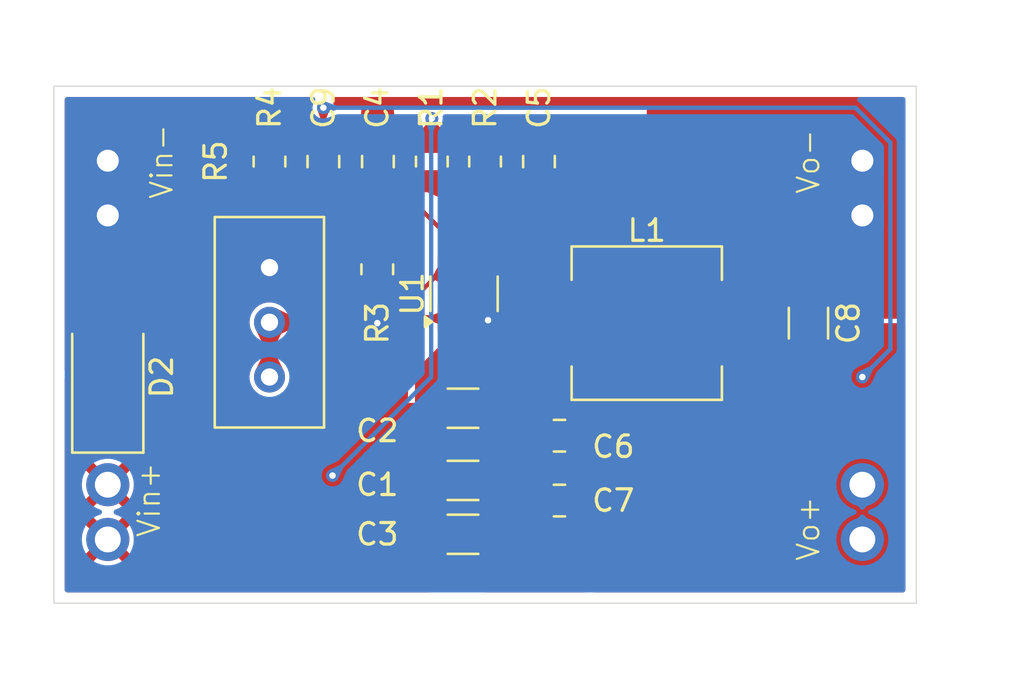
<source format=kicad_pcb>
(kicad_pcb (version 20240108) (generator "pcbnew") (generator_version "8.0")
  (layers (0 "F.Cu" signal) (31 "B.Cu" signal) (34 "B.Paste" user) (35 "F.Paste" user) (36 "B.SilkS" user "B.Silkscreen") (37 "F.SilkS" user "F.Silkscreen") (38 "B.Mask" user) (39 "F.Mask" user) (44 "Edge.Cuts" user))
  (net 0 "")
  (net 1 "+12V")
  (net 2 "GND")
  (net 3 "Net-(U1-VCC)")
  (net 4 "Net-(C5-Pad2)")
  (net 5 "Net-(U1-EN)")
  (net 6 "Net-(U1-SW)")
  (net 7 "Net-(C6-Pad2)")
  (net 8 "Net-(C9-Pad2)")
  (net 9 "Net-(U1-BST)")
  (net 10 "Net-(U1-FB)")
  (footprint "Capacitor_SMD:C_1206_3216Metric" (layer "F.Cu") (at 185 72.5 -90)
    (property "Reference" "C8" (at 0 -1.85 90) (layer "F.SilkS"))
    (property "Value" "22uf")
    (fp_line (start -0.711252 0.91) (end 0.711252 0.91) (stroke (width 0.12)) (layer "F.SilkS"))
    (fp_line (start -0.711252 -0.91) (end 0.711252 -0.91) (stroke (width 0.12)) (layer "F.SilkS"))
    (pad "1" smd roundrect (at -1.475 0 270) (size 1.15 1.8) (layers "F.Cu" "F.Paste" "F.Mask") (roundrect_rratio 0.217391) (net 2 "GND"))
    (pad "2" smd roundrect (at 1.475 0 270) (size 1.15 1.8) (layers "F.Cu" "F.Paste" "F.Mask") (roundrect_rratio 0.217391) (net 7 "Net-(C6-Pad2)"))
  )
  (footprint "Resistor_SMD:R_0805_2012Metric" (layer "F.Cu") (at 160 65 90)
    (property "Reference" "R4" (at 2.5 0 90) (layer "F.SilkS"))
    (property "Value" "200k" (hide yes))
    (fp_line (start -0.227064 -0.735) (end 0.227064 -0.735) (stroke (width 0.12)) (layer "F.SilkS"))
    (fp_line (start -0.227064 0.735) (end 0.227064 0.735) (stroke (width 0.12)) (layer "F.SilkS"))
    (pad "1" smd roundrect (at -0.9125 0 90) (size 1.025 1.4) (layers "F.Cu" "F.Paste" "F.Mask") (roundrect_rratio 0.243902) (net 8 "Net-(C9-Pad2)"))
    (pad "2" smd roundrect (at 0.9125 0 90) (size 1.025 1.4) (layers "F.Cu" "F.Paste" "F.Mask") (roundrect_rratio 0.243902) (net 7 "Net-(C6-Pad2)"))
  )
  (footprint "Capacitor_SMD:C_1206_3216Metric" (layer "F.Cu") (at 168.975 79.8 180)
    (property "Reference" "C1" (at 3.975 -0.2 360) (layer "F.SilkS"))
    (property "Value" "22uf")
    (fp_line (start -0.711252 0.91) (end 0.711252 0.91) (stroke (width 0.12)) (layer "F.SilkS"))
    (fp_line (start -0.711252 -0.91) (end 0.711252 -0.91) (stroke (width 0.12)) (layer "F.SilkS"))
    (pad "1" smd roundrect (at -1.475 0 180) (size 1.15 1.8) (layers "F.Cu" "F.Paste" "F.Mask") (roundrect_rratio 0.217391) (net 2 "GND"))
    (pad "2" smd roundrect (at 1.475 0 180) (size 1.15 1.8) (layers "F.Cu" "F.Paste" "F.Mask") (roundrect_rratio 0.217391) (net 1 "+12V"))
  )
  (footprint "Power_hole:V-" (layer "F.Cu") (at 187.5 67.5 90)
    (property "Reference" "Vo-" (at 2.5 -2.5 90) (layer "F.SilkS") (effects (font (thickness 0.1))))
    (property "Value" "~")
    (pad "1" thru_hole roundrect (at 0 0 90) (size 2 2) (drill 1.02) (layers "*.Cu" "*.Mask") (net 2 "GND"))
    (pad "2" thru_hole roundrect (at 2.54 0 90) (size 2 2) (drill 1.02) (layers "*.Cu" "*.Mask") (net 2 "GND"))
  )
  (footprint "Resistor_SMD:R_0805_2012Metric" (layer "F.Cu") (at 170 65 90)
    (property "Reference" "R2" (at 2.5 0 90) (layer "F.SilkS"))
    (property "Value" "10R")
    (fp_line (start -0.227064 -0.735) (end 0.227064 -0.735) (stroke (width 0.12)) (layer "F.SilkS"))
    (fp_line (start -0.227064 0.735) (end 0.227064 0.735) (stroke (width 0.12)) (layer "F.SilkS"))
    (pad "1" smd roundrect (at -0.9125 0 90) (size 1.025 1.4) (layers "F.Cu" "F.Paste" "F.Mask") (roundrect_rratio 0.243902) (net 9 "Net-(U1-BST)"))
    (pad "2" smd roundrect (at 0.9125 0 90) (size 1.025 1.4) (layers "F.Cu" "F.Paste" "F.Mask") (roundrect_rratio 0.243902) (net 4 "Net-(C5-Pad2)"))
  )
  (footprint "Power_hole:V+" (layer "F.Cu") (at 187.5 82.54 90)
    (property "Reference" "Vo+" (at 0.5 -2.5 90) (layer "F.SilkS") (effects (font (thickness 0.1))))
    (property "Value" "~")
    (pad "1" thru_hole circle (at 0 0 90) (size 2 2) (drill 1.2) (layers "*.Cu" "*.Mask") (net 7 "Net-(C6-Pad2)"))
    (pad "2" thru_hole circle (at 2.54 0 90) (size 2 2) (drill 1.2) (layers "*.Cu" "*.Mask") (net 7 "Net-(C6-Pad2)"))
  )
  (footprint "Inductor_SMD:L_Changjiang_FXL0630" (layer "F.Cu") (at 177.5 72.5)
    (property "Reference" "L1" (at 0 -4.3 0) (layer "F.SilkS"))
    (property "Value" "4.7uH")
    (fp_line (start -3.485 -3.56) (end -3.485 -2.01) (stroke (width 0.12)) (layer "F.SilkS"))
    (fp_line (start -3.485 -3.56) (end 3.485 -3.56) (stroke (width 0.12)) (layer "F.SilkS"))
    (fp_line (start -3.485 3.56) (end -3.485 2.01) (stroke (width 0.12)) (layer "F.SilkS"))
    (fp_line (start -3.485 3.56) (end 3.485 3.56) (stroke (width 0.12)) (layer "F.SilkS"))
    (fp_line (start 3.485 -3.56) (end 3.485 -2.01) (stroke (width 0.12)) (layer "F.SilkS"))
    (fp_line (start 3.485 3.56) (end 3.485 2.01) (stroke (width 0.12)) (layer "F.SilkS"))
    (pad "1" smd roundrect (at -3.025 0) (size 2.35 3.5) (layers "F.Cu" "F.Paste" "F.Mask") (net 6 "Net-(U1-SW)"))
    (pad "2" smd roundrect (at 3.025 0) (size 2.35 3.5) (layers "F.Cu" "F.Paste" "F.Mask") (net 7 "Net-(C6-Pad2)"))
  )
  (footprint "Capacitor_SMD:C_0805_2012Metric" (layer "F.Cu") (at 173.45 77.725)
    (property "Reference" "C6" (at 2.5 0.51 360) (layer "F.SilkS"))
    (property "Value" "22uf")
    (fp_line (start -0.261252 -0.735) (end 0.261252 -0.735) (stroke (width 0.12)) (layer "F.SilkS"))
    (fp_line (start -0.261252 0.735) (end 0.261252 0.735) (stroke (width 0.12)) (layer "F.SilkS"))
    (pad "1" smd roundrect (at -0.95 0) (size 1 1.45) (layers "F.Cu" "F.Paste" "F.Mask") (net 2 "GND"))
    (pad "2" smd roundrect (at 0.95 0) (size 1 1.45) (layers "F.Cu" "F.Paste" "F.Mask") (net 7 "Net-(C6-Pad2)"))
  )
  (footprint "Package_TO_SOT_SMD:TSOT-23-8" (layer "F.Cu") (at 169.025 71.1375 90)
    (property "Reference" "U1" (at 0 -2.4 90) (layer "F.SilkS"))
    (property "Value" "~" (hide yes))
    (fp_line (start 0 -1.56) (end 0.8 -1.56) (stroke (width 0.12)) (layer "F.SilkS"))
    (fp_line (start 0 -1.56) (end -0.8 -1.56) (stroke (width 0.12)) (layer "F.SilkS"))
    (fp_line (start 0 1.56) (end 0.8 1.56) (stroke (width 0.12)) (layer "F.SilkS"))
    (fp_line (start 0 1.56) (end -0.8 1.56) (stroke (width 0.12)) (layer "F.SilkS"))
    (fp_poly (pts (xy -1.3 -1.485) (xy -1.54 -1.815) (xy -1.06 -1.815) (xy -1.3 -1.485)) (stroke (width 0.12)) (fill solid) (layer "F.SilkS"))
    (pad "1" smd roundrect (at -1.1375 -0.975 90) (size 1.325 0.5) (layers "F.Cu" "F.Paste" "F.Mask") (net 2 "GND"))
    (pad "2" smd roundrect (at -1.1375 -0.325 90) (size 1.325 0.5) (layers "F.Cu" "F.Paste" "F.Mask") (net 1 "+12V"))
    (pad "3" smd roundrect (at -1.1375 0.325 90) (size 1.325 0.5) (layers "F.Cu" "F.Paste" "F.Mask") (net 6 "Net-(U1-SW)"))
    (pad "4" smd roundrect (at -1.1375 0.975 90) (size 1.325 0.5) (layers "F.Cu" "F.Paste" "F.Mask") (net 2 "GND"))
    (pad "5" smd roundrect (at 1.1375 0.975 90) (size 1.325 0.5) (layers "F.Cu" "F.Paste" "F.Mask") (net 9 "Net-(U1-BST)"))
    (pad "6" smd roundrect (at 1.1375 0.325 90) (size 1.325 0.5) (layers "F.Cu" "F.Paste" "F.Mask") (net 5 "Net-(U1-EN)"))
    (pad "7" smd roundrect (at 1.1375 -0.325 90) (size 1.325 0.5) (layers "F.Cu" "F.Paste" "F.Mask") (net 3 "Net-(U1-VCC)"))
    (pad "8" smd roundrect (at 1.1375 -0.975 90) (size 1.325 0.5) (layers "F.Cu" "F.Paste" "F.Mask") (net 10 "Net-(U1-FB)"))
  )
  (footprint "Power_hole:V+" (layer "F.Cu") (at 152.5 82.54 90)
    (property "Reference" "U3" (hide yes))
    (property "Value" "~")
    (pad "1" thru_hole circle (at 0 0 90) (size 2 2) (drill 1.2) (layers "*.Cu" "*.Mask") (net 1 "+12V"))
    (pad "2" thru_hole circle (at 2.54 0 90) (size 2 2) (drill 1.2) (layers "*.Cu" "*.Mask") (net 1 "+12V"))
  )
  (footprint "Diode_SMD:D_SMA" (layer "F.Cu") (at 152.5 75 90)
    (property "Reference" "D2" (at 0 2.5 90) (layer "F.SilkS"))
    (property "Value" "SMAJ20A")
    (fp_line (start -3.51 -1.65) (end 2 -1.65) (stroke (width 0.12)) (layer "F.SilkS"))
    (fp_line (start -3.51 -1.65) (end -3.51 1.65) (stroke (width 0.12)) (layer "F.SilkS"))
    (fp_line (start -3.51 1.65) (end 2 1.65) (stroke (width 0.12)) (layer "F.SilkS"))
    (pad "1" smd roundrect (at -2 0 90) (size 2.5 1.8) (layers "F.Cu" "F.Paste" "F.Mask") (roundrect_rratio 0.1388888889) (net 1 "+12V"))
    (pad "2" smd roundrect (at 2 0 90) (size 2.5 1.8) (layers "F.Cu" "F.Paste" "F.Mask") (roundrect_rratio 0.1388888889) (net 2 "GND"))
  )
  (footprint "Resistor_SMD:R_0805_2012Metric" (layer "F.Cu") (at 165 70 90)
    (property "Reference" "R3" (at -2.5 0 90) (layer "F.SilkS"))
    (property "Value" "0R")
    (fp_line (start -0.227064 -0.735) (end 0.227064 -0.735) (stroke (width 0.12)) (layer "F.SilkS"))
    (fp_line (start -0.227064 0.735) (end 0.227064 0.735) (stroke (width 0.12)) (layer "F.SilkS"))
    (pad "1" smd roundrect (at -0.9125 0 90) (size 1.025 1.4) (layers "F.Cu" "F.Paste" "F.Mask") (roundrect_rratio 0.243902) (net 10 "Net-(U1-FB)"))
    (pad "2" smd roundrect (at 0.9125 0 90) (size 1.025 1.4) (layers "F.Cu" "F.Paste" "F.Mask") (roundrect_rratio 0.243902) (net 8 "Net-(C9-Pad2)"))
  )
  (footprint "Capacitor_SMD:C_1206_3216Metric" (layer "F.Cu") (at 168.975 76.45 180)
    (property "Reference" "C2" (at 3.975 -1.05 360) (layer "F.SilkS"))
    (property "Value" "22uf")
    (fp_line (start -0.711252 0.91) (end 0.711252 0.91) (stroke (width 0.12)) (layer "F.SilkS"))
    (fp_line (start -0.711252 -0.91) (end 0.711252 -0.91) (stroke (width 0.12)) (layer "F.SilkS"))
    (pad "1" smd roundrect (at -1.475 0 180) (size 1.15 1.8) (layers "F.Cu" "F.Paste" "F.Mask") (roundrect_rratio 0.217391) (net 2 "GND"))
    (pad "2" smd roundrect (at 1.475 0 180) (size 1.15 1.8) (layers "F.Cu" "F.Paste" "F.Mask") (roundrect_rratio 0.217391) (net 1 "+12V"))
  )
  (footprint "Capacitor_SMD:C_0805_2012Metric" (layer "F.Cu") (at 162.5 65 -90)
    (property "Reference" "C9" (at -2.5 0 90) (layer "F.SilkS"))
    (property "Value" "220pf" (hide yes))
    (fp_line (start -0.261252 0.735) (end 0.261252 0.735) (stroke (width 0.12)) (layer "F.SilkS"))
    (fp_line (start -0.261252 -0.735) (end 0.261252 -0.735) (stroke (width 0.12)) (layer "F.SilkS"))
    (pad "1" smd roundrect (at -0.95 0 270) (size 1 1.45) (layers "F.Cu" "F.Paste" "F.Mask") (net 7 "Net-(C6-Pad2)"))
    (pad "2" smd roundrect (at 0.95 0 270) (size 1 1.45) (layers "F.Cu" "F.Paste" "F.Mask") (net 8 "Net-(C9-Pad2)"))
  )
  (footprint "Resistor_SMD:R_0805_2012Metric" (layer "F.Cu") (at 167.53 65 -90)
    (property "Reference" "R1" (at -2.5 0.03 90) (layer "F.SilkS"))
    (property "Value" "200k")
    (fp_line (start -0.227064 0.735) (end 0.227064 0.735) (stroke (width 0.12)) (layer "F.SilkS"))
    (fp_line (start -0.227064 -0.735) (end 0.227064 -0.735) (stroke (width 0.12)) (layer "F.SilkS"))
    (pad "1" smd roundrect (at -0.9125 0 270) (size 1.025 1.4) (layers "F.Cu" "F.Paste" "F.Mask") (roundrect_rratio 0.243902) (net 1 "+12V"))
    (pad "2" smd roundrect (at 0.9125 0 270) (size 1.025 1.4) (layers "F.Cu" "F.Paste" "F.Mask") (roundrect_rratio 0.243902) (net 5 "Net-(U1-EN)"))
  )
  (footprint "Capacitor_SMD:C_0805_2012Metric" (layer "F.Cu") (at 165.03 65 90)
    (property "Reference" "C4" (at 2.5 -0.03 90) (layer "F.SilkS"))
    (property "Value" "0.1uf")
    (fp_line (start -0.261252 -0.735) (end 0.261252 -0.735) (stroke (width 0.12)) (layer "F.SilkS"))
    (fp_line (start -0.261252 0.735) (end 0.261252 0.735) (stroke (width 0.12)) (layer "F.SilkS"))
    (pad "1" smd roundrect (at -0.95 0 90) (size 1 1.45) (layers "F.Cu" "F.Paste" "F.Mask") (net 3 "Net-(U1-VCC)"))
    (pad "2" smd roundrect (at 0.95 0 90) (size 1 1.45) (layers "F.Cu" "F.Paste" "F.Mask") (net 2 "GND"))
  )
  (footprint "Power_hole:V-" (layer "F.Cu") (at 152.5 67.5 90)
    (property "Reference" "Vin-" (at 2.5 2.5 90) (layer "F.SilkS") (effects (font (thickness 0.1))))
    (property "Value" "~")
    (pad "1" thru_hole roundrect (at 0 0 90) (size 2 2) (drill 1.02) (layers "*.Cu" "*.Mask") (net 2 "GND"))
    (pad "2" thru_hole roundrect (at 2.54 0 90) (size 2 2) (drill 1.02) (layers "*.Cu" "*.Mask") (net 2 "GND"))
  )
  (footprint "Capacitor_SMD:C_1206_3216Metric" (layer "F.Cu") (at 168.975 82.3 180)
    (property "Reference" "C3" (at 3.975 0 360) (layer "F.SilkS"))
    (property "Value" "1uf")
    (fp_line (start -0.711252 0.91) (end 0.711252 0.91) (stroke (width 0.12)) (layer "F.SilkS"))
    (fp_line (start -0.711252 -0.91) (end 0.711252 -0.91) (stroke (width 0.12)) (layer "F.SilkS"))
    (pad "1" smd roundrect (at -1.475 0 180) (size 1.15 1.8) (layers "F.Cu" "F.Paste" "F.Mask") (roundrect_rratio 0.217391) (net 2 "GND"))
    (pad "2" smd roundrect (at 1.475 0 180) (size 1.15 1.8) (layers "F.Cu" "F.Paste" "F.Mask") (roundrect_rratio 0.217391) (net 1 "+12V"))
  )
  (footprint "Potentiometer_THT:Potentiometer_Bourns_3296W_Vertical" (layer "F.Cu") (at 160 75 -90)
    (property "Reference" "R5" (at -10 2.5 90) (layer "F.SilkS"))
    (property "Value" "100k")
    (fp_line (start -7.425 2.54) (end 2.345 2.54) (stroke (width 0.12)) (layer "F.SilkS"))
    (fp_line (start -7.425 -2.53) (end -7.425 2.54) (stroke (width 0.12)) (layer "F.SilkS"))
    (fp_line (start -7.425 -2.53) (end 2.345 -2.53) (stroke (width 0.12)) (layer "F.SilkS"))
    (fp_line (start 2.345 -2.53) (end 2.345 2.54) (stroke (width 0.12)) (layer "F.SilkS"))
    (pad "1" thru_hole circle (at 0 0 270) (size 1.44 1.44) (drill 0.8) (layers "*.Cu" "*.Mask") (net 8 "Net-(C9-Pad2)"))
    (pad "2" thru_hole circle (at -2.54 0 270) (size 1.44 1.44) (drill 0.8) (layers "*.Cu" "*.Mask") (net 8 "Net-(C9-Pad2)"))
    (pad "3" thru_hole circle (at -5.08 0 270) (size 1.44 1.44) (drill 0.8) (layers "*.Cu" "*.Mask") (net 2 "GND"))
  )
  (footprint "Capacitor_SMD:C_0805_2012Metric" (layer "F.Cu") (at 172.5 65 90)
    (property "Reference" "C5" (at 2.5 0 90) (layer "F.SilkS"))
    (property "Value" "0.1uf")
    (fp_line (start -0.261252 -0.735) (end 0.261252 -0.735) (stroke (width 0.12)) (layer "F.SilkS"))
    (fp_line (start -0.261252 0.735) (end 0.261252 0.735) (stroke (width 0.12)) (layer "F.SilkS"))
    (pad "1" smd roundrect (at -0.95 0 90) (size 1 1.45) (layers "F.Cu" "F.Paste" "F.Mask") (net 6 "Net-(U1-SW)"))
    (pad "2" smd roundrect (at 0.95 0 90) (size 1 1.45) (layers "F.Cu" "F.Paste" "F.Mask") (net 4 "Net-(C5-Pad2)"))
  )
  (footprint "Capacitor_SMD:C_0805_2012Metric" (layer "F.Cu") (at 173.45 80.735)
    (property "Reference" "C7" (at 2.5 0 360) (layer "F.SilkS"))
    (property "Value" "22uf")
    (fp_line (start -0.261252 -0.735) (end 0.261252 -0.735) (stroke (width 0.12)) (layer "F.SilkS"))
    (fp_line (start -0.261252 0.735) (end 0.261252 0.735) (stroke (width 0.12)) (layer "F.SilkS"))
    (pad "1" smd roundrect (at -0.95 0) (size 1 1.45) (layers "F.Cu" "F.Paste" "F.Mask") (net 2 "GND"))
    (pad "2" smd roundrect (at 0.95 0) (size 1 1.45) (layers "F.Cu" "F.Paste" "F.Mask") (net 7 "Net-(C6-Pad2)"))
  )
  (gr_rect (start 150 61.5) (end 190 85.5) (stroke (width 0.05)) (fill none) (layer "Edge.Cuts"))
  (gr_text "Vin+" (at 155 82.5 90) (layer "F.SilkS") (effects (font (size 1 1) (thickness 0.1)) (justify left bottom)))
  (segment (start 167.5 76.45) (end 167.5 75.011244) (width 1.5) (layer "F.Cu") (net 1))
  (segment (start 168.7 73.811244) (end 168.623744 73.8875) (width 0.2) (layer "F.Cu") (net 1))
  (segment (start 167.53 64.0875) (end 167.53 63) (width 0.2) (layer "F.Cu") (net 1))
  (segment (start 167.5 75.011244) (end 168.623744 73.8875) (width 1.5) (layer "F.Cu") (net 1))
  (segment (start 168.7 72.275) (end 168.7 73.811244) (width 0.2) (layer "F.Cu") (net 1))
  (via (at 162.924264 79.575736) (size 0.6) (drill 0.3) (layers "F.Cu" "B.Cu") (net 1))
  (via (at 167.53 63) (size 0.6) (drill 0.3) (layers "F.Cu" "B.Cu") (net 1))
  (segment (start 167.5 63.03) (end 167.5 67.5) (width 0.2) (layer "B.Cu") (net 1))
  (segment (start 167.53 63) (end 167.5 63.03) (width 0.2) (layer "B.Cu") (net 1))
  (segment (start 167.5 75) (end 162.924264 79.575736) (width 0.2) (layer "B.Cu") (net 1))
  (segment (start 167.5 67.5) (end 167.5 75) (width 0.2) (layer "B.Cu") (net 1))
  (segment (start 165 72.5) (end 165.225 72.275) (width 0.3) (layer "F.Cu") (net 2))
  (segment (start 170.45 76.45) (end 170.8 76.1) (width 2) (layer "F.Cu") (net 2))
  (segment (start 165.03 64.05) (end 165.03 62.78) (width 1.5) (layer "F.Cu") (net 2))
  (segment (start 165.03 62.78) (end 165 62.75) (width 1.5) (layer "F.Cu") (net 2))
  (segment (start 170.45 72.675) (end 170.1375 72.3625) (width 0.5) (layer "F.Cu") (net 2))
  (segment (start 165 72.5) (end 162.5 72.5) (width 0.3) (layer "F.Cu") (net 2))
  (segment (start 170.45 76.45) (end 170.45 72.675) (width 0.5) (layer "F.Cu") (net 2))
  (segment (start 170.1375 72.3625) (end 170.05 72.275) (width 0.5) (layer "F.Cu") (net 2))
  (segment (start 165.225 72.275) (end 168.05 72.275) (width 0.3) (layer "F.Cu") (net 2))
  (via (at 165 72.5) (size 0.6) (drill 0.3) (layers "F.Cu" "B.Cu") (net 2))
  (via (at 170.1375 72.3625) (size 0.6) (drill 0.3) (layers "F.Cu" "B.Cu") (net 2))
  (segment (start 165.755 65.95) (end 168.7 68.895) (width 0.2) (layer "F.Cu") (net 3))
  (segment (start 168.7 68.895) (end 168.7 70) (width 0.2) (layer "F.Cu") (net 3))
  (segment (start 165.03 65.95) (end 165.755 65.95) (width 0.2) (layer "F.Cu") (net 3))
  (segment (start 170 64.0875) (end 170.0875 64) (width 2) (layer "F.Cu") (net 4))
  (segment (start 170.0875 64) (end 172.5 64) (width 2) (layer "F.Cu") (net 4))
  (segment (start 167.53 65.9125) (end 169.35 67.7325) (width 0.2) (layer "F.Cu") (net 5))
  (segment (start 169.35 67.7325) (end 169.35 70) (width 0.2) (layer "F.Cu") (net 5))
  (segment (start 171.8625 71.1625) (end 169.633362 71.1625) (width 0.5) (layer "F.Cu") (net 6))
  (segment (start 172.5 70.525) (end 174.475 72.5) (width 1.5) (layer "F.Cu") (net 6))
  (segment (start 169.35 72.275) (end 169.35 71.445862) (width 0.2) (layer "F.Cu") (net 6))
  (segment (start 169.35 71.445862) (end 169.633362 71.1625) (width 0.2) (layer "F.Cu") (net 6))
  (segment (start 172.5 65.95) (end 172.5 70.525) (width 1.5) (layer "F.Cu") (net 6))
  (segment (start 172.5 70.525) (end 171.8625 71.1625) (width 0.5) (layer "F.Cu") (net 6))
  (segment (start 162.5 64.05) (end 162.5 62.5) (width 0.2) (layer "F.Cu") (net 7))
  (segment (start 187.5 75) (end 186.025 75) (width 0.2) (layer "F.Cu") (net 7))
  (segment (start 160 64.0875) (end 162.4625 64.0875) (width 0.2) (layer "F.Cu") (net 7))
  (segment (start 162.4625 64.0875) (end 162.5 64.05) (width 0.2) (layer "F.Cu") (net 7))
  (segment (start 186.025 75) (end 185 73.975) (width 0.2) (layer "F.Cu") (net 7))
  (via (at 187.5 75) (size 0.6) (drill 0.3) (layers "F.Cu" "B.Cu") (net 7))
  (via (at 162.5 62.5) (size 0.6) (drill 0.3) (layers "F.Cu" "B.Cu") (net 7))
  (segment (start 188.8 73.7) (end 187.5 75) (width 0.2) (layer "B.Cu") (net 7))
  (segment (start 188.8 64.121358) (end 188.8 73.7) (width 0.2) (layer "B.Cu") (net 7))
  (segment (start 187.178642 62.5) (end 188.8 64.121358) (width 0.2) (layer "B.Cu") (net 7))
  (segment (start 167.5 62.5) (end 187.178642 62.5) (width 0.2) (layer "B.Cu") (net 7))
  (segment (start 162.5 62.5) (end 167.5 62.5) (width 0.2) (layer "B.Cu") (net 7))
  (segment (start 162.4625 65.9125) (end 162.5 65.95) (width 0.2) (layer "F.Cu") (net 8))
  (segment (start 161.6275 72.46) (end 165 69.0875) (width 0.2) (layer "F.Cu") (net 8))
  (segment (start 165 68.45) (end 165 69.0875) (width 0.2) (layer "F.Cu") (net 8))
  (segment (start 160 75) (end 160 72.46) (width 0.2) (layer "F.Cu") (net 8))
  (segment (start 160 72.46) (end 161.6275 72.46) (width 0.2) (layer "F.Cu") (net 8))
  (segment (start 160 65.9125) (end 162.4625 65.9125) (width 0.2) (layer "F.Cu") (net 8))
  (segment (start 162.5 65.95) (end 165 68.45) (width 0.2) (layer "F.Cu") (net 8))
  (segment (start 170 65.9125) (end 170 70) (width 0.2) (layer "F.Cu") (net 9))
  (segment (start 165 70.9125) (end 167.1375 70.9125) (width 0.2) (layer "F.Cu") (net 10))
  (segment (start 167.1375 70.9125) (end 168.05 70) (width 0.2) (layer "F.Cu") (net 10))
  (zone (net 1) (net_name "+12V") (layer "F.Cu") (priority 1) (connect_pads (clearance 0.2)) (min_thickness 0.25) (fill yes (thermal_gap 0.5) (thermal_bridge_width 0.5))
    (polygon (pts (xy 150 75) (xy 157.5 75) (xy 160 77.5) (xy 167.5 75) (xy 168.975 76.45) (xy 168.975 82.3) (xy 167.5 85) (xy 165 87.5) (xy 150 87.5)))
  )
  (zone (net 2) (net_name "GND") (layers "F&B.Cu") (priority 2) (connect_pads yes (clearance 0.2)) (min_thickness 0.25) (fill yes (thermal_gap 0.5) (thermal_bridge_width 0.5))
    (polygon (pts (xy 175 85) (xy 173.45 80.735) (xy 173.45 77.725) (xy 170 72.5) (xy 170 75) (xy 168.975 76.45) (xy 168.975 82.3) (xy 170 85)))
  )
  (zone (net 7) (net_name "Net-(C6-Pad2)") (layers "F&B.Cu") (priority 3) (connect_pads yes (clearance 0.2)) (min_thickness 0.25) (fill yes (thermal_gap 0.5) (thermal_bridge_width 0.5))
    (polygon (pts (xy 177.5 70) (xy 182.5 70) (xy 182.5 72.5) (xy 190 72.5) (xy 190 85) (xy 175 85) (xy 173.45 80.735) (xy 173.45 77.725) (xy 177.5 72.5)))
  )
  (zone (net 2) (net_name "GND") (layers "F&B.Cu") (connect_pads yes (clearance 0.2)) (min_thickness 0.25) (fill yes (thermal_gap 0.5) (thermal_bridge_width 0.5))
    (polygon (pts (xy 150 75) (xy 160 75) (xy 165 72.5) (xy 157.5 65) (xy 160 62.5) (xy 177.5 62.5) (xy 177.5 67.5) (xy 182.5 67.5) (xy 182.5 72.5) (xy 190 72.5) (xy 190 60) (xy 150 60) (xy 150 75) (xy 150 72.5)))
  )
  (zone (net 2) (net_name "GND") (layer "B.Cu") (priority 4) (connect_pads yes (clearance 0.2)) (min_thickness 0.25) (fill yes (thermal_gap 0.5) (thermal_bridge_width 0.5))
    (polygon (pts (xy 147.5 57.5) (xy 192.5 57.5) (xy 195 87.5) (xy 147.5 90)))
  )
)
</source>
